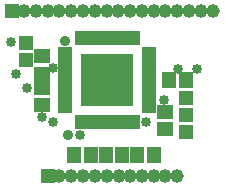
<source format=gts>
G04*
G04 #@! TF.GenerationSoftware,Altium Limited,Altium Designer,20.0.14 (345)*
G04*
G04 Layer_Color=8388736*
%FSLAX43Y43*%
%MOMM*%
G71*
G01*
G75*
%ADD19R,1.350X1.250*%
%ADD20R,1.250X1.350*%
%ADD21R,1.250X1.250*%
%ADD22R,1.200X1.350*%
%ADD23R,0.550X1.200*%
%ADD24R,1.200X0.550*%
%ADD25R,4.400X4.400*%
%ADD26C,1.150*%
%ADD27R,1.150X1.150*%
%ADD28C,0.850*%
%ADD29C,0.900*%
D19*
X3302Y11012D02*
D03*
Y9562D02*
D03*
Y6895D02*
D03*
Y8345D02*
D03*
X13716Y6276D02*
D03*
Y4826D02*
D03*
D20*
X15494Y9017D02*
D03*
X14044D02*
D03*
D21*
X1905Y10705D02*
D03*
Y12155D02*
D03*
X15494Y4572D02*
D03*
Y6022D02*
D03*
Y6023D02*
D03*
Y7473D02*
D03*
D22*
X8698Y2667D02*
D03*
X10098D02*
D03*
X11365D02*
D03*
X12765D02*
D03*
X6031D02*
D03*
X7431D02*
D03*
D23*
X6311Y12567D02*
D03*
X6811D02*
D03*
X7311D02*
D03*
X7811D02*
D03*
X8311D02*
D03*
X8811D02*
D03*
X9311D02*
D03*
X9811D02*
D03*
X10311D02*
D03*
X10811D02*
D03*
X11311D02*
D03*
Y5467D02*
D03*
X10811D02*
D03*
X10311D02*
D03*
X9811D02*
D03*
X9311D02*
D03*
X8811D02*
D03*
X8311D02*
D03*
X7811D02*
D03*
X7311D02*
D03*
X6811D02*
D03*
X6311D02*
D03*
D24*
X12361Y11517D02*
D03*
Y11017D02*
D03*
Y10517D02*
D03*
Y10017D02*
D03*
Y9517D02*
D03*
Y9017D02*
D03*
Y8517D02*
D03*
Y8017D02*
D03*
Y7517D02*
D03*
Y7017D02*
D03*
Y6517D02*
D03*
X5261D02*
D03*
Y11517D02*
D03*
Y7017D02*
D03*
Y7517D02*
D03*
Y8017D02*
D03*
Y8517D02*
D03*
Y9017D02*
D03*
Y11017D02*
D03*
Y10517D02*
D03*
Y10017D02*
D03*
Y9517D02*
D03*
D25*
X8811Y9017D02*
D03*
D26*
X12781Y910D02*
D03*
X11781D02*
D03*
X10781D02*
D03*
X9781D02*
D03*
X8781D02*
D03*
X7781D02*
D03*
X6781D02*
D03*
X5781D02*
D03*
X4781D02*
D03*
X14758D02*
D03*
X13758D02*
D03*
X9775Y14859D02*
D03*
X8775D02*
D03*
X7775D02*
D03*
X6775D02*
D03*
X5775D02*
D03*
X4775D02*
D03*
X3775D02*
D03*
X2775D02*
D03*
X1775D02*
D03*
X11752D02*
D03*
X10752D02*
D03*
X12752D02*
D03*
X13752D02*
D03*
X14752D02*
D03*
X15752D02*
D03*
X16764D02*
D03*
X17764D02*
D03*
D27*
X3781Y910D02*
D03*
X775Y14859D02*
D03*
D28*
X4191Y5461D02*
D03*
X13666Y7289D02*
D03*
X4252Y10069D02*
D03*
X675Y12192D02*
D03*
X2069Y8345D02*
D03*
X1135Y9517D02*
D03*
X3302Y5842D02*
D03*
X16383Y9906D02*
D03*
X14799Y9988D02*
D03*
X6477Y4318D02*
D03*
X12107Y5467D02*
D03*
D29*
X5207Y12319D02*
D03*
X5461Y4318D02*
D03*
M02*

</source>
